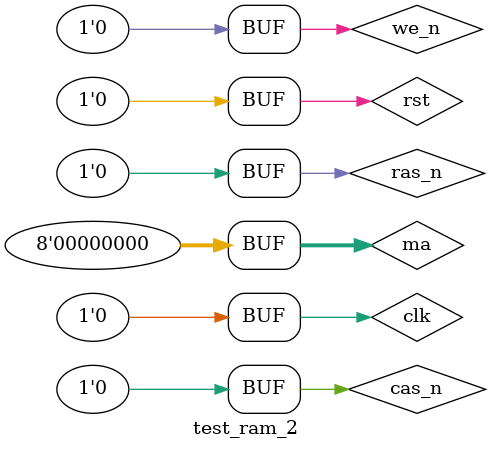
<source format=v>
`timescale 1ns / 1ps


module test_ram_2;

	// Inputs
	reg clk;
	reg rst;
	reg [7:0] ma;
	reg ras_n;
	reg cas_n;
	reg we_n;

	// Bidirs
	wire [7:0] md;
	wire mdp;

	// Instantiate the Unit Under Test (UUT)
	ram_bank uut (
		.clk(clk), 
		.rst(rst), 
		.md(md), 
		.ma(ma), 
		.mdp(mdp), 
		.ras_n(ras_n), 
		.cas_n(cas_n), 
		.we_n(we_n)
	);

	initial begin
		// Initialize Inputs
		clk = 0;
		rst = 0;
		ma = 0;
		ras_n = 0;
		cas_n = 0;
		we_n = 0;

		// Wait 100 ns for global reset to finish
		#100;
        
		// Add stimulus here

	end
      
endmodule


</source>
